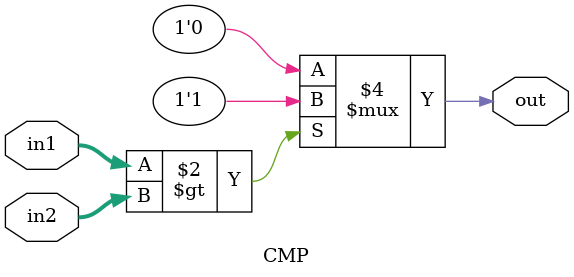
<source format=v>
`timescale 1ns / 1ps
module fact_mux
(
	input wire [1:0]  RdSel,
	input wire [31:0] Zero,One,Two,Three,
	output reg [31:0] RD	
);

always@ (*)
begin 
	case(RdSel) 
		2'b00:    RD = Zero; 
		2'b01:    RD = One; 
		2'b10:    RD = Two;
		2'b11:    RD = Three; 
		default:  RD = {31{1'bx}};
	endcase   
end 
endmodule


module And
(
    input wire A,B,
    output reg Out
);
always@ (A,B)
begin
    if (A==B) Out=1;
    else Out=0;
end
endmodule

//2-1 MUX: 

module MUX  #(parameter WIDTH = 32)(
input [WIDTH-1:0] in1, in2, 
input select,
output reg [WIDTH-1:0] out);

always @ (in1, in2, select)
begin
	if (select)  out = in2;
else
	out = in1;
end

endmodule //MUX2

//Register File :

module REG #(parameter WIDTH = 32)(
input clk, reset, enable,
input [WIDTH-1:0] d,
output reg [WIDTH-1:0] q);

// asynchronous, active HIGH reset
always @(posedge clk, posedge reset)      
 if (reset) q <= 0;
 else if (enable==1 && reset==0) q <= d;      
 else       q <= q;
endmodule

//Multiplier : 

`timescale 1ns / 1ps
module MUL  (
input [31:0] in1, 
input [3:0]  in2, 
output reg [31:0] out);

always @ (in1, in2)
begin
   out = in1*in2;
end

endmodule

// CNT : 

module CNT (
input [3:0] D, 
input LD, EN, CLK, RST, 
output reg [3:0] Q);  
always @ (posedge CLK, negedge RST) 
   begin 
   if (RST) Q = 4'b0; 
   else 
       begin 
           if (LD && !EN ) Q = D; 
           else if (LD && EN) Q = Q - 4'b0001;  
           else Q = Q ; 
       end  
end  
endmodule 

//CMP : 

`timescale 1ns / 1ps
module CMP(

input [3:0] in1, in2, 
output reg out);

always @ (in1, in2)
begin
   if(in1 > in2) out = 1;
   else out = 0;
end   
endmodule


</source>
